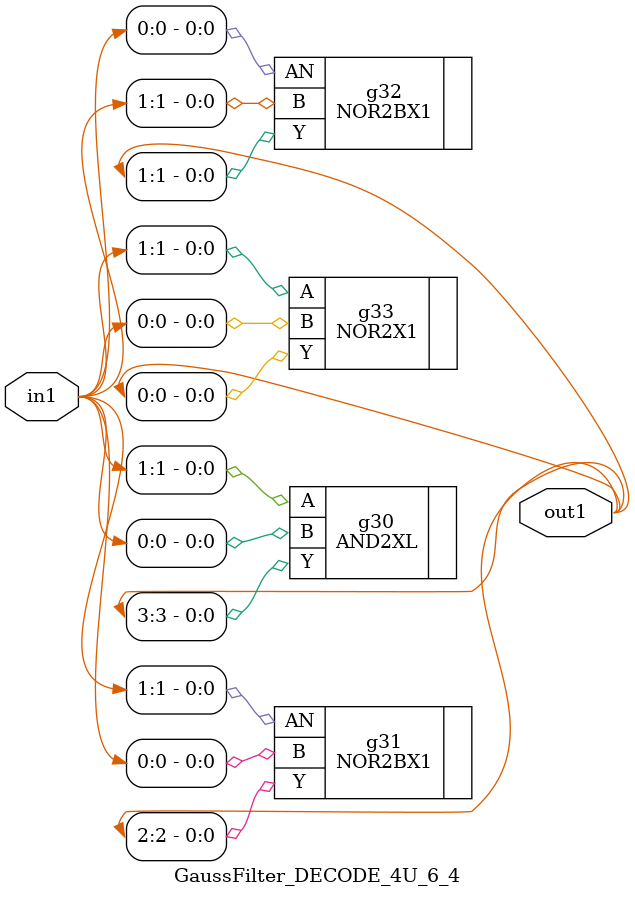
<source format=v>
`timescale 1ps / 1ps


module GaussFilter_DECODE_4U_6_4(in1, out1);
  input [1:0] in1;
  output [3:0] out1;
  wire [1:0] in1;
  wire [3:0] out1;
  AND2XL g30(.A (in1[1]), .B (in1[0]), .Y (out1[3]));
  NOR2BX1 g31(.AN (in1[1]), .B (in1[0]), .Y (out1[2]));
  NOR2BX1 g32(.AN (in1[0]), .B (in1[1]), .Y (out1[1]));
  NOR2X1 g33(.A (in1[1]), .B (in1[0]), .Y (out1[0]));
endmodule



</source>
